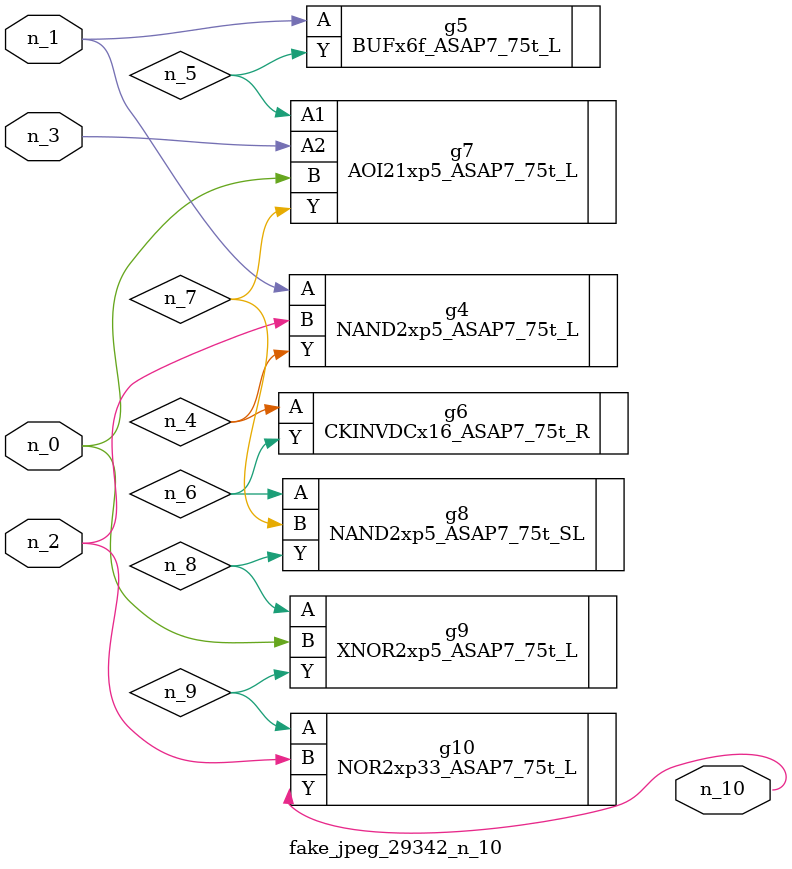
<source format=v>
module fake_jpeg_29342_n_10 (n_0, n_3, n_2, n_1, n_10);

input n_0;
input n_3;
input n_2;
input n_1;

output n_10;

wire n_4;
wire n_8;
wire n_9;
wire n_6;
wire n_5;
wire n_7;

NAND2xp5_ASAP7_75t_L g4 ( 
.A(n_1),
.B(n_2),
.Y(n_4)
);

BUFx6f_ASAP7_75t_L g5 ( 
.A(n_1),
.Y(n_5)
);

CKINVDCx16_ASAP7_75t_R g6 ( 
.A(n_4),
.Y(n_6)
);

NAND2xp5_ASAP7_75t_SL g8 ( 
.A(n_6),
.B(n_7),
.Y(n_8)
);

AOI21xp5_ASAP7_75t_L g7 ( 
.A1(n_5),
.A2(n_3),
.B(n_0),
.Y(n_7)
);

XNOR2xp5_ASAP7_75t_L g9 ( 
.A(n_8),
.B(n_0),
.Y(n_9)
);

NOR2xp33_ASAP7_75t_L g10 ( 
.A(n_9),
.B(n_2),
.Y(n_10)
);


endmodule
</source>
